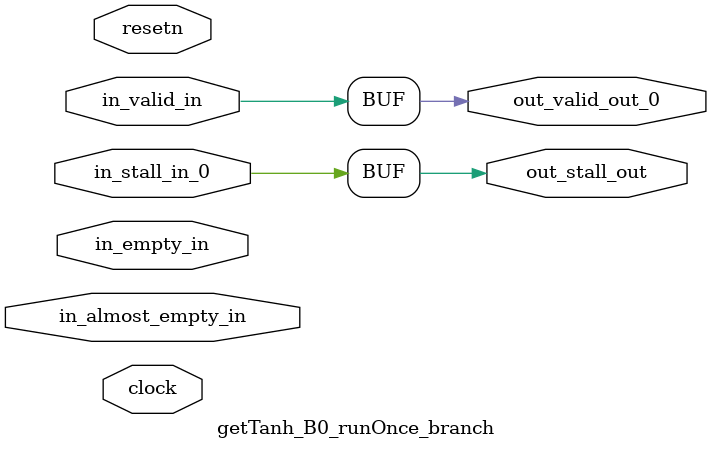
<source format=sv>



(* altera_attribute = "-name AUTO_SHIFT_REGISTER_RECOGNITION OFF; -name MESSAGE_DISABLE 10036; -name MESSAGE_DISABLE 10037; -name MESSAGE_DISABLE 14130; -name MESSAGE_DISABLE 14320; -name MESSAGE_DISABLE 15400; -name MESSAGE_DISABLE 14130; -name MESSAGE_DISABLE 10036; -name MESSAGE_DISABLE 12020; -name MESSAGE_DISABLE 12030; -name MESSAGE_DISABLE 12010; -name MESSAGE_DISABLE 12110; -name MESSAGE_DISABLE 14320; -name MESSAGE_DISABLE 13410; -name MESSAGE_DISABLE 113007; -name MESSAGE_DISABLE 10958" *)
module getTanh_B0_runOnce_branch (
    input wire [0:0] in_almost_empty_in,
    input wire [0:0] in_empty_in,
    input wire [0:0] in_stall_in_0,
    input wire [0:0] in_valid_in,
    output wire [0:0] out_stall_out,
    output wire [0:0] out_valid_out_0,
    input wire clock,
    input wire resetn
    );

    reg [0:0] rst_sync_rst_sclrn;


    // out_stall_out(GPOUT,6)
    assign out_stall_out = in_stall_in_0;

    // out_valid_out_0(GPOUT,7)
    assign out_valid_out_0 = in_valid_in;

    // rst_sync(RESETSYNC,8)
    acl_reset_handler #(
        .ASYNC_RESET(0),
        .USE_SYNCHRONIZER(1),
        .PULSE_EXTENSION(0),
        .PIPE_DEPTH(3),
        .DUPLICATE(1)
    ) therst_sync (
        .clk(clock),
        .i_resetn(resetn),
        .o_sclrn(rst_sync_rst_sclrn)
    );

endmodule

</source>
